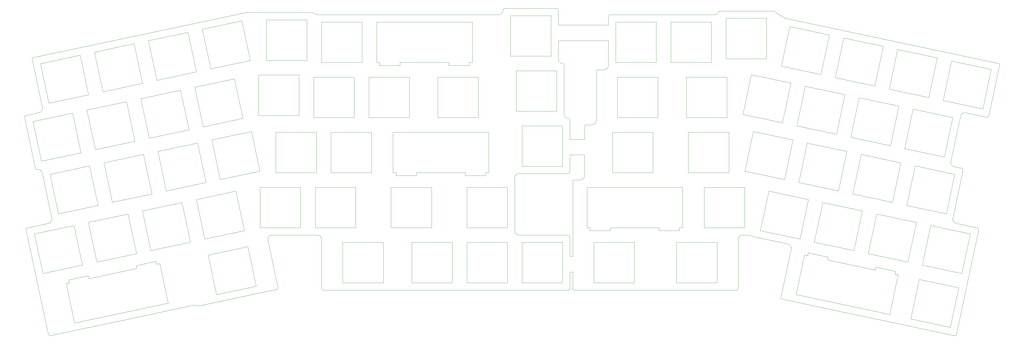
<source format=gbr>
%TF.GenerationSoftware,KiCad,Pcbnew,(6.0.9)*%
%TF.CreationDate,2023-01-07T08:52:43+09:00*%
%TF.ProjectId,Skeleton68rev2_SwitchPlate,536b656c-6574-46f6-9e36-38726576325f,rev?*%
%TF.SameCoordinates,Original*%
%TF.FileFunction,Profile,NP*%
%FSLAX46Y46*%
G04 Gerber Fmt 4.6, Leading zero omitted, Abs format (unit mm)*
G04 Created by KiCad (PCBNEW (6.0.9)) date 2023-01-07 08:52:43*
%MOMM*%
%LPD*%
G01*
G04 APERTURE LIST*
%TA.AperFunction,Profile*%
%ADD10C,0.100000*%
%TD*%
G04 APERTURE END LIST*
D10*
X349541766Y-4750000D02*
X313320613Y-4750000D01*
X133245849Y-32422634D02*
X119552467Y-35333252D01*
X196683743Y-80950042D02*
G75*
G03*
X195216522Y-82761868I-43J-1499958D01*
G01*
X312820613Y-13700000D02*
X312820613Y-22300000D01*
X447941330Y-22164120D02*
G75*
G03*
X447556166Y-21571080I-489130J103920D01*
G01*
X225016886Y-40324730D02*
X211017586Y-40324730D01*
X235062150Y-83475270D02*
X235062150Y-97474730D01*
X257730182Y-22275000D02*
X257730182Y-21275000D01*
X267879386Y-26325270D02*
X267879386Y-40324730D01*
X242292190Y-4749659D02*
X232767190Y-4749508D01*
X240854182Y-21275000D02*
X240854182Y-22275000D01*
X362177950Y-25480654D02*
X375871332Y-28391273D01*
X298991302Y-59673002D02*
G75*
G03*
X299491302Y-59172980I-2J500002D01*
G01*
X353746751Y-40324730D02*
X339747451Y-40324730D01*
X278966652Y-19047710D02*
X278966652Y-5048250D01*
X296974650Y-97474730D02*
X282975350Y-97474730D01*
X130632454Y-52453716D02*
X116939072Y-55364335D01*
X433865598Y-99145099D02*
X430954947Y-112838638D01*
X136093048Y-90244208D02*
X133182397Y-76550670D01*
X119904823Y-59897317D02*
X133598205Y-56986699D01*
X400150467Y-108872629D02*
X400150396Y-108872963D01*
X251730900Y-64425270D02*
X251730900Y-78424730D01*
X263925350Y-78424730D02*
X263925350Y-64425270D01*
X113750573Y-20183751D02*
X117295468Y-36861167D01*
X299500000Y-93700000D02*
X299500000Y-99500000D01*
X206487150Y-64425270D02*
X206487150Y-78424730D01*
X192487850Y-78424730D02*
X192487850Y-64425270D01*
X329345263Y-21274730D02*
X315345963Y-21274730D01*
X188120206Y-3864827D02*
X114135691Y-19590721D01*
X160735188Y-104482224D02*
X128407410Y-111353705D01*
X170684658Y-105405804D02*
G75*
G03*
X171063946Y-105477516I275342J417404D01*
G01*
X263925350Y-64425270D02*
X277924650Y-64425270D01*
X430954947Y-112838638D02*
X417261565Y-109928019D01*
X227716832Y-7275270D02*
X227716832Y-21274730D01*
X274941302Y-4750002D02*
G75*
G03*
X276441302Y-3250000I-2J1500002D01*
G01*
X172542951Y-9757561D02*
X186236333Y-6846943D01*
X189146984Y-20540481D02*
X175453602Y-23451099D01*
X173776280Y-62758802D02*
X160082898Y-65669420D01*
X119963996Y-115729818D02*
X128932394Y-113823525D01*
X263374440Y-60375000D02*
X263374440Y-59375000D01*
X297491302Y-39122980D02*
X297491302Y-22072980D01*
X372444411Y-102472355D02*
G75*
G03*
X372829589Y-103065397I489089J-103945D01*
G01*
X388485572Y-89499001D02*
X404992791Y-93007719D01*
X421222283Y-91294308D02*
X424132934Y-77600769D01*
X155142568Y-66719519D02*
X141449186Y-69630137D01*
X170513272Y-24501199D02*
X156819891Y-27411817D01*
X156553266Y-90036010D02*
X156761178Y-91014157D01*
X299500000Y-53200000D02*
X299491302Y-59172980D01*
X400558892Y-72589952D02*
X397648241Y-86283490D01*
X372829589Y-103065397D02*
X377139560Y-103981508D01*
X184143202Y-65718616D02*
X187053853Y-79412154D01*
X296974650Y-83475270D02*
X296974650Y-97474730D01*
X357150000Y-100000000D02*
G75*
G03*
X357650000Y-99500000I0J500000D01*
G01*
X369817268Y-3435518D02*
X351420613Y-3435518D01*
X213775000Y-82450000D02*
G75*
G03*
X212275000Y-80950000I-1500000J0D01*
G01*
X263925350Y-83475270D02*
X277924650Y-83475270D01*
X111137179Y-40214833D02*
X114889985Y-57870397D01*
X294991302Y-2522980D02*
X276941302Y-2522980D01*
X336362850Y-83475270D02*
X350362150Y-83475270D01*
X157824424Y-90788157D02*
X160735188Y-104482224D01*
X280450000Y-79450000D02*
G75*
G03*
X281950000Y-80950000I1500000J0D01*
G01*
X418079086Y-37362808D02*
X431772468Y-40273426D01*
X127721803Y-38760178D02*
X130632454Y-52453716D01*
X244875350Y-83475270D02*
X258874650Y-83475270D01*
X277924650Y-97474730D02*
X263925350Y-97474730D01*
X138249281Y-111843312D02*
X138249250Y-111843168D01*
X402588571Y-87333590D02*
X405499222Y-73640052D01*
X277924650Y-78424730D02*
X263925350Y-78424730D01*
X443595450Y-40204782D02*
G75*
G03*
X444188477Y-39819674I103950J489082D01*
G01*
X354444461Y-45375270D02*
X354444461Y-59374730D01*
X160082898Y-65669420D02*
X157172247Y-51975881D01*
X263925350Y-97474730D02*
X263925350Y-83475270D01*
X237731600Y-64425270D02*
X251730900Y-64425270D01*
X264730182Y-22275000D02*
X257730182Y-22275000D01*
X391594393Y-46045528D02*
X377901011Y-43134910D01*
X373658391Y-61708702D02*
X359965009Y-58798084D01*
X175453602Y-23451099D02*
X172542951Y-9757561D01*
X216980540Y-59374730D02*
X216980540Y-45375270D01*
X213717532Y-7275270D02*
X227716832Y-7275270D01*
X232767182Y-7275000D02*
X265817182Y-7275000D01*
X112042571Y-78462444D02*
G75*
G03*
X111657443Y-79055424I103929J-489056D01*
G01*
X131152718Y-91294308D02*
X117459336Y-94204926D01*
X435361388Y-58441347D02*
G75*
G03*
X434976302Y-57848324I-489088J103947D01*
G01*
X419192604Y-76550670D02*
X416281953Y-90244208D01*
X304582311Y-43350000D02*
X304582311Y-47800000D01*
X117221403Y-59419080D02*
X120558475Y-75118770D01*
X417261565Y-109928019D02*
X420172217Y-96234481D01*
X391178584Y-26481557D02*
X394089236Y-12788019D01*
X242292190Y-4750000D02*
X242292190Y-4749659D01*
X348395263Y-21274730D02*
X334395963Y-21274730D01*
X213717532Y-21274730D02*
X213717532Y-7275270D01*
X297491320Y-39122980D02*
G75*
G03*
X298991302Y-40622980I1499980J-20D01*
G01*
X423505678Y-33352893D02*
X409812296Y-30442275D01*
X116140114Y-38640256D02*
X111522297Y-39621804D01*
X314251411Y-59374730D02*
X314251411Y-45375270D01*
X367445263Y-5960788D02*
X367445263Y-19960248D01*
X149914145Y-92469539D02*
X149706233Y-91491392D01*
X177445107Y-101539473D02*
X174534456Y-87845934D01*
X370097599Y-3521478D02*
G75*
G03*
X369817268Y-3435518I-280299J-414022D01*
G01*
X116140113Y-38640251D02*
G75*
G03*
X117295468Y-36861167I-311913J1467251D01*
G01*
X208666832Y-20534139D02*
X194667532Y-20534139D01*
X377664529Y-101511686D02*
X380575293Y-87817619D01*
X267879386Y-40324730D02*
X253880086Y-40324730D01*
X337369250Y-78425000D02*
X337369250Y-79425000D01*
X381925181Y-68629234D02*
X379014529Y-82322773D01*
X282975350Y-83475270D02*
X296974650Y-83475270D01*
X372544873Y-22520840D02*
X375455524Y-8827301D01*
X294965952Y-24098250D02*
X294965952Y-38097710D01*
X409812296Y-30442275D02*
X412722948Y-16748737D01*
X426416329Y-19659355D02*
X423505678Y-33352893D01*
X189499340Y-45104546D02*
X192409992Y-58798084D01*
X151943373Y-108932741D02*
X161260260Y-106952529D01*
X303082311Y-61900011D02*
G75*
G03*
X304582311Y-60400000I-11J1500011D01*
G01*
X368231799Y-65718616D02*
X381925181Y-68629234D01*
X240854182Y-22275000D02*
X233854182Y-22275000D01*
X315345963Y-21274730D02*
X315345963Y-7275270D01*
X309147101Y-23800001D02*
G75*
G03*
X308647101Y-24300000I-1J-499999D01*
G01*
X440332440Y-78462395D02*
X432971880Y-76897859D01*
X221062850Y-97474730D02*
X221062850Y-83475270D01*
X161260260Y-106952529D02*
X161260158Y-106952048D01*
X328250711Y-45375270D02*
X328250711Y-59374730D01*
X375871332Y-28391273D02*
X372960681Y-42084811D01*
X196683743Y-80950000D02*
X212275000Y-80950000D01*
X173360472Y-82322773D02*
X170449820Y-68629234D01*
X340445161Y-45375270D02*
X354444461Y-45375270D01*
X353445963Y-19960248D02*
X353445963Y-5960788D01*
X246498440Y-60375000D02*
X239498440Y-60375000D01*
X170865628Y-49065263D02*
X173776280Y-62758802D01*
X418776796Y-56986699D02*
X432470178Y-59897317D01*
X276441302Y-3022980D02*
X276441302Y-3250000D01*
X194667532Y-6534679D02*
X208666832Y-6534679D01*
X211017586Y-40324730D02*
X211017586Y-26325270D01*
X412047736Y-93484953D02*
X411839825Y-94463101D01*
X138538535Y-55936599D02*
X152231917Y-53025981D01*
X191138489Y-98628854D02*
X177445107Y-101539473D01*
X307147101Y-42850000D02*
X305082311Y-42850000D01*
X433004035Y-115344700D02*
X440717558Y-79055424D01*
X432411022Y-115729739D02*
G75*
G03*
X433004035Y-115344700I103978J489039D01*
G01*
X409992307Y-108383167D02*
X377664529Y-101511686D01*
X299500000Y-53200000D02*
X304582311Y-53200000D01*
X442139390Y-37313611D02*
X428446008Y-34402993D01*
X294965952Y-38097710D02*
X280966652Y-38097710D01*
X197930540Y-45375270D02*
X211929840Y-45375270D01*
X208666832Y-6534679D02*
X208666832Y-20534139D01*
X274941302Y-4750000D02*
X265817175Y-4750002D01*
X211537850Y-78424730D02*
X211537850Y-64425270D01*
X349541766Y-4749968D02*
G75*
G03*
X350950901Y-3764138I34J1499968D01*
G01*
X412722948Y-16748737D02*
X426416329Y-19659355D01*
X133598205Y-56986699D02*
X136508856Y-70680237D01*
X444188477Y-39819674D02*
X447941284Y-22164110D01*
X292965952Y-5048250D02*
X292965952Y-19047710D01*
X214275000Y-100000000D02*
X299000000Y-100000000D01*
X345887850Y-64425270D02*
X359887150Y-64425270D01*
X149706233Y-91491392D02*
X156553266Y-90036010D01*
X381509372Y-49065263D02*
X395202754Y-51975881D01*
X314251411Y-45375270D02*
X328250711Y-45375270D01*
X213775000Y-82450000D02*
X213775000Y-99500000D01*
X404871966Y-29392176D02*
X391178584Y-26481557D01*
X299500000Y-93700000D02*
X300500000Y-93700000D01*
X157172247Y-51975881D02*
X170865628Y-49065263D01*
X295500000Y-8300000D02*
X312820613Y-8300000D01*
X114890001Y-57870394D02*
G75*
G03*
X115472839Y-58257568I489099J103994D01*
G01*
X156819891Y-27411817D02*
X153909239Y-13718278D01*
X373267824Y-5667936D02*
G75*
G03*
X373796925Y-5893069I840976J1242136D01*
G01*
X161260158Y-106952048D02*
X169546788Y-105190670D01*
X235062150Y-97474730D02*
X221062850Y-97474730D01*
X116939072Y-55364335D02*
X114028421Y-41670796D01*
X315934951Y-40324730D02*
X315934951Y-26325270D01*
X170449820Y-68629234D02*
X184143202Y-65718616D01*
X263374440Y-59375000D02*
X246498440Y-59375000D01*
X301000000Y-61900000D02*
G75*
G03*
X300500000Y-62400000I0J-500000D01*
G01*
X410228104Y-50006246D02*
X396534723Y-47095628D01*
X313320613Y-4750013D02*
G75*
G03*
X312820613Y-5250000I-13J-499987D01*
G01*
X183622938Y-26878025D02*
X186533589Y-40571563D01*
X128407410Y-111353705D02*
X125496646Y-97659639D01*
X171063946Y-105477516D02*
X198303041Y-99687668D01*
X153909239Y-13718278D02*
X167602621Y-10807660D01*
X191967586Y-39584139D02*
X191967586Y-25584679D01*
X400143084Y-53025981D02*
X413836466Y-55936599D01*
X412903071Y-94689101D02*
X409992307Y-108383167D01*
X431118816Y-55494879D02*
X434455798Y-39795610D01*
X216980540Y-45375270D02*
X230979840Y-45375270D01*
X345887850Y-78424730D02*
X345887850Y-64425270D01*
X359887150Y-78424730D02*
X345887850Y-78424730D01*
X394505044Y-32351990D02*
X391594393Y-46045528D01*
X206487150Y-78424730D02*
X192487850Y-78424730D01*
X300500000Y-62400000D02*
X300500000Y-88300000D01*
X295500000Y-13700000D02*
X312820613Y-13700000D01*
X434976302Y-57848324D02*
X432274169Y-57273968D01*
X321787150Y-83475270D02*
X321787150Y-97474730D01*
X169929556Y-29788643D02*
X183622938Y-26878025D01*
X386238254Y-25431458D02*
X372544873Y-22520840D01*
X328250711Y-59374730D02*
X314251411Y-59374730D01*
X299500000Y-47800000D02*
X299491302Y-41122980D01*
X282966652Y-43148250D02*
X296965952Y-43148250D01*
X138249250Y-111843168D02*
X151943302Y-108932407D01*
X431816447Y-75118753D02*
G75*
G03*
X432971880Y-76897859I1467253J-311847D01*
G01*
X386865511Y-69679334D02*
X400558892Y-72589952D01*
X381638539Y-88043619D02*
X381846451Y-87065472D01*
X232767182Y-21275000D02*
X232767182Y-7275000D01*
X114028421Y-41670796D02*
X127721803Y-38760178D01*
X191967586Y-25584679D02*
X205966886Y-25584679D01*
X213775000Y-99500000D02*
G75*
G03*
X214275000Y-100000000I500000J0D01*
G01*
X154206496Y-47442899D02*
X151295845Y-33749361D01*
X151879561Y-28461916D02*
X138186179Y-31372534D01*
X362241716Y-81283722D02*
G75*
G03*
X362452193Y-81384025I314384J388722D01*
G01*
X256292175Y-4750000D02*
X242292190Y-4750000D01*
X197930540Y-59374730D02*
X197930540Y-45375270D01*
X146355514Y-34799461D02*
X149266166Y-48492999D01*
X292965952Y-19047710D02*
X278966652Y-19047710D01*
X178716610Y-61708702D02*
X175805959Y-48015164D01*
X397232433Y-66719519D02*
X400143084Y-53025981D01*
X277924650Y-83475270D02*
X277924650Y-97474730D01*
X188244042Y-3854287D02*
G75*
G03*
X188120206Y-3864827I-19842J-499613D01*
G01*
X336362850Y-97474730D02*
X336362850Y-83475270D01*
X380811662Y-29441372D02*
X394505044Y-32351990D01*
X306493250Y-79425000D02*
X306493250Y-78425000D01*
X232767190Y-4750000D02*
X212245852Y-4750000D01*
X400150396Y-108872963D02*
X409467221Y-110853469D01*
X373267826Y-5667933D02*
X370097591Y-3521490D01*
X277924650Y-64425270D02*
X277924650Y-78424730D01*
X237731600Y-78424730D02*
X237731600Y-64425270D01*
X299500000Y-88300000D02*
X300500000Y-88300000D01*
X119370886Y-115344717D02*
G75*
G03*
X119963996Y-115729818I489114J104017D01*
G01*
X151943302Y-108932407D02*
X151943373Y-108932741D01*
X152231917Y-53025981D02*
X155142568Y-66719519D01*
X165509490Y-69679334D02*
X168420142Y-83372872D01*
X119552467Y-35333252D02*
X116641816Y-21639714D01*
X149786430Y-87333590D02*
X136093048Y-90244208D01*
X192487850Y-64425270D02*
X206487150Y-64425270D01*
X405499222Y-73640052D02*
X419192604Y-76550670D01*
X436234879Y-38640295D02*
G75*
G03*
X434455798Y-39795610I-311879J-1467205D01*
G01*
X111657443Y-79055424D02*
X119370966Y-115344700D01*
X359150000Y-80950000D02*
G75*
G03*
X357650000Y-82450000I0J-1500000D01*
G01*
X359887150Y-64425270D02*
X359887150Y-78424730D01*
X305082311Y-42850011D02*
G75*
G03*
X304582311Y-43350000I-11J-499989D01*
G01*
X295491320Y-3022980D02*
G75*
G03*
X294991302Y-2522980I-500020J-20D01*
G01*
X187053853Y-79412154D02*
X173360472Y-82322773D01*
X348395263Y-7275270D02*
X348395263Y-21274730D01*
X440717606Y-79055434D02*
G75*
G03*
X440332440Y-78462395I-489106J103934D01*
G01*
X377901011Y-43134910D02*
X380811662Y-29441372D01*
X211080608Y-4194550D02*
G75*
G03*
X210692182Y-4009409I-388408J-314850D01*
G01*
X258874650Y-83475270D02*
X258874650Y-97474730D01*
X330369250Y-78425000D02*
X313493250Y-78425000D01*
X351420613Y-3435518D02*
G75*
G03*
X350950901Y-3764138I-13J-499982D01*
G01*
X282966652Y-57147710D02*
X282966652Y-43148250D01*
X186533589Y-40571563D02*
X172840208Y-43482181D01*
X119403121Y-76897859D02*
X112042561Y-78462395D01*
X230979840Y-59374730D02*
X216980540Y-59374730D01*
X211080629Y-4194533D02*
G75*
G03*
X212245852Y-4750000I1165271J944533D01*
G01*
X428861816Y-53966964D02*
X415168434Y-51056346D01*
X296965952Y-43148250D02*
X296965952Y-57147710D01*
X315345963Y-7275270D02*
X329345263Y-7275270D01*
X211537850Y-64425270D02*
X225537150Y-64425270D01*
X232767190Y-4749508D02*
X232767190Y-4750000D01*
X225016886Y-26325270D02*
X225016886Y-40324730D01*
X258874650Y-97474730D02*
X244875350Y-97474730D01*
X365321147Y-79412154D02*
X368231799Y-65718616D01*
X135275527Y-17678996D02*
X148968909Y-14768378D01*
X174534456Y-87845934D02*
X188227838Y-84935316D01*
X167602621Y-10807660D02*
X170513272Y-24501199D01*
X122815475Y-73590855D02*
X119904823Y-59897317D01*
X238411440Y-45375000D02*
X271461440Y-45375000D01*
X239498440Y-59375000D02*
X238411440Y-59375000D01*
X405200703Y-92029571D02*
X412047736Y-93484953D01*
X383954859Y-83372872D02*
X386865511Y-69679334D01*
X233854182Y-21275000D02*
X232767182Y-21275000D01*
X431118734Y-55494861D02*
G75*
G03*
X432274169Y-57273968I1467266J-311839D01*
G01*
X410925815Y-69630137D02*
X397232433Y-66719519D01*
X128242067Y-77600769D02*
X131152718Y-91294308D01*
X170684677Y-105405775D02*
G75*
G03*
X169546788Y-105190670I-825977J-1252125D01*
G01*
X295500000Y-13700000D02*
X295491302Y-20072980D01*
X337369250Y-79425000D02*
X330369250Y-79425000D01*
X299000000Y-100000000D02*
G75*
G03*
X299500000Y-99500000I0J500000D01*
G01*
X138186179Y-31372534D02*
X135275527Y-17678996D01*
X416281953Y-90244208D02*
X402588571Y-87333590D01*
X329345263Y-7275270D02*
X329345263Y-21274730D01*
X380575293Y-87817619D02*
X381638539Y-88043619D01*
X270374440Y-59375000D02*
X270374440Y-60375000D01*
X128932394Y-113823525D02*
X138249281Y-111843312D01*
X424132934Y-77600769D02*
X437826316Y-80511388D01*
X338456250Y-64425000D02*
X338456250Y-78425000D01*
X376569042Y-48015164D02*
X373658391Y-61708702D01*
X239498440Y-60375000D02*
X239498440Y-59375000D01*
X299491320Y-41122980D02*
G75*
G03*
X298991302Y-40622980I-500020J-20D01*
G01*
X350362150Y-97474730D02*
X336362850Y-97474730D01*
X307787850Y-97474730D02*
X307787850Y-83475270D01*
X117221388Y-59419083D02*
G75*
G03*
X115472839Y-58257568I-1467188J-311817D01*
G01*
X313493250Y-79425000D02*
X306493250Y-79425000D01*
X244066886Y-40324730D02*
X230067586Y-40324730D01*
X194667532Y-20534139D02*
X194667532Y-6534679D01*
X198688159Y-99094638D02*
X195216522Y-82761868D01*
X307147101Y-42850001D02*
G75*
G03*
X308647101Y-41350000I-1J1500001D01*
G01*
X357650000Y-99500000D02*
X357650000Y-82450000D01*
X394089236Y-12788019D02*
X407782618Y-15698637D01*
X172840208Y-43482181D02*
X169929556Y-29788643D01*
X413138756Y-36312708D02*
X410228104Y-50006246D01*
X375989351Y-85794948D02*
G75*
G03*
X374834012Y-84015862I-1467251J311848D01*
G01*
X339747451Y-26325270D02*
X353746751Y-26325270D01*
X311320613Y-23800013D02*
G75*
G03*
X312820613Y-22300000I-13J1500013D01*
G01*
X297491320Y-22072980D02*
G75*
G03*
X296991302Y-21572980I-500020J-20D01*
G01*
X225537150Y-64425270D02*
X225537150Y-78424730D01*
X271461440Y-59375000D02*
X270374440Y-59375000D01*
X301000000Y-100000000D02*
X357150000Y-100000000D01*
X125496646Y-97659639D02*
X126559893Y-97433639D01*
X210692182Y-4009409D02*
X192172014Y-4009409D01*
X299500000Y-47800000D02*
X304582311Y-47800000D01*
X257730182Y-21275000D02*
X240854182Y-21275000D01*
X375455524Y-8827301D02*
X389148906Y-11737920D01*
X338456250Y-78425000D02*
X337369250Y-78425000D01*
X378598721Y-62758802D02*
X381509372Y-49065263D01*
X265817182Y-7275000D02*
X265817182Y-21275000D01*
X300500000Y-99500000D02*
G75*
G03*
X301000000Y-100000000I500000J0D01*
G01*
X225537150Y-78424730D02*
X211537850Y-78424730D01*
X135572784Y-51403617D02*
X132662133Y-37710079D01*
X359267299Y-39174193D02*
X362177950Y-25480654D01*
X312820613Y-8300000D02*
X312820613Y-5250000D01*
X136508856Y-70680237D02*
X122815475Y-73590855D01*
X330369250Y-79425000D02*
X330369250Y-78425000D01*
X299000000Y-80950000D02*
X281950000Y-80950000D01*
X133182397Y-76550670D02*
X146875778Y-73640052D01*
X221062850Y-83475270D02*
X235062150Y-83475270D01*
X353445963Y-5960788D02*
X367445263Y-5960788D01*
X313493250Y-78425000D02*
X313493250Y-79425000D01*
X388693484Y-88520853D02*
X388485572Y-89499001D01*
X375989366Y-85794951D02*
X372444471Y-102472368D01*
X303082311Y-61900000D02*
X301000000Y-61900000D01*
X186236333Y-6846943D02*
X189146984Y-20540481D01*
X397648241Y-86283490D02*
X383954859Y-83372872D01*
X282975350Y-97474730D02*
X282975350Y-83475270D01*
X141449186Y-69630137D02*
X138538535Y-55936599D01*
X116641816Y-21639714D02*
X130335197Y-18729096D01*
X305406265Y-78425000D02*
X305406265Y-64425000D01*
X436234887Y-38640256D02*
X443595448Y-40204792D01*
X407782618Y-15698637D02*
X404871966Y-29392176D01*
X154726760Y-86283490D02*
X151816109Y-72589952D01*
X329934251Y-40324730D02*
X315934951Y-40324730D01*
X334395963Y-21274730D02*
X334395963Y-7275270D01*
X415168434Y-51056346D02*
X418079086Y-37362808D01*
X132662133Y-37710079D02*
X146355514Y-34799461D01*
X379014529Y-82322773D02*
X365321147Y-79412154D01*
X431356659Y-20709455D02*
X445050041Y-23620073D01*
X133406926Y-95978257D02*
X149914145Y-92469539D01*
X114135700Y-19590762D02*
G75*
G03*
X113750573Y-20183751I103900J-489038D01*
G01*
X164989226Y-30838743D02*
X167899878Y-44532281D01*
X117459336Y-94204926D02*
X114548685Y-80511388D01*
X395202754Y-51975881D02*
X392292103Y-65669420D01*
X251730900Y-78424730D02*
X237731600Y-78424730D01*
X271461440Y-45375000D02*
X271461440Y-59375000D01*
X354444461Y-59374730D02*
X340445161Y-59374730D01*
X362875661Y-45104546D02*
X376569042Y-48015164D01*
X151816109Y-72589952D02*
X165509490Y-69679334D01*
X413836466Y-55936599D02*
X410925815Y-69630137D01*
X431816526Y-75118770D02*
X435361420Y-58441354D01*
X205966886Y-25584679D02*
X205966886Y-39584139D01*
X420172217Y-96234481D02*
X433865598Y-99145099D01*
X299500000Y-81450000D02*
G75*
G03*
X299000000Y-80950000I-500000J0D01*
G01*
X119403104Y-76897781D02*
G75*
G03*
X120558475Y-75118770I-311804J1467181D01*
G01*
X253880086Y-40324730D02*
X253880086Y-26325270D01*
X146875778Y-73640052D02*
X149786430Y-87333590D01*
X386456385Y-105962013D02*
X386456415Y-105961869D01*
X307787850Y-83475270D02*
X321787150Y-83475270D01*
X334395963Y-7275270D02*
X348395263Y-7275270D01*
X359965009Y-58798084D02*
X362875661Y-45104546D01*
X437826316Y-80511388D02*
X434915665Y-94204926D01*
X265817175Y-4750002D02*
X256292175Y-4749853D01*
X295491320Y-20072980D02*
G75*
G03*
X296991302Y-21572980I1499980J-20D01*
G01*
X340445161Y-59374730D02*
X340445161Y-45375270D01*
X372960681Y-42084811D02*
X359267299Y-39174193D01*
X265817182Y-21275000D02*
X264730182Y-21275000D01*
X281950000Y-59672980D02*
X298991302Y-59672980D01*
X306493250Y-78425000D02*
X305406265Y-78425000D01*
X238411440Y-59375000D02*
X238411440Y-45375000D01*
X431772468Y-40273426D02*
X428861816Y-53966964D01*
X386456415Y-105961869D02*
X400150467Y-108872629D01*
X111522295Y-39621795D02*
G75*
G03*
X111137179Y-40214833I104005J-489105D01*
G01*
X148968909Y-14768378D02*
X151879561Y-28461916D01*
X230067586Y-26325270D02*
X244066886Y-26325270D01*
X168420142Y-83372872D02*
X154726760Y-86283490D01*
X409467221Y-110853469D02*
X409467323Y-110852988D01*
X211929840Y-45375270D02*
X211929840Y-59374730D01*
X211929840Y-59374730D02*
X197930540Y-59374730D01*
X244875350Y-97474730D02*
X244875350Y-83475270D01*
X399445374Y-33402090D02*
X413138756Y-36312708D01*
X167899878Y-44532281D02*
X154206496Y-47442899D01*
X264730182Y-21275000D02*
X264730182Y-22275000D01*
X329934251Y-26325270D02*
X329934251Y-40324730D01*
X151295845Y-33749361D02*
X164989226Y-30838743D01*
X428446008Y-34402993D02*
X431356659Y-20709455D01*
X211017586Y-26325270D02*
X225016886Y-26325270D01*
X299500000Y-88300000D02*
X299500000Y-81450000D01*
X253880086Y-26325270D02*
X267879386Y-26325270D01*
X192409992Y-58798084D02*
X178716610Y-61708702D01*
X126559893Y-97433639D02*
X126351981Y-96455491D01*
X367445263Y-19960248D02*
X353445963Y-19960248D01*
X295500000Y-8300000D02*
X295491302Y-3022980D01*
X359150000Y-80950000D02*
X361298443Y-80950000D01*
X175805959Y-48015164D02*
X189499340Y-45104546D01*
X276941302Y-2523002D02*
G75*
G03*
X276441302Y-3022980I-2J-499998D01*
G01*
X256292175Y-4749853D02*
X256292175Y-4750000D01*
X411839825Y-94463101D02*
X412903071Y-94689101D01*
X280966652Y-38097710D02*
X280966652Y-24098250D01*
X270374440Y-60375000D02*
X263374440Y-60375000D01*
X311320613Y-23800000D02*
X309147101Y-23800000D01*
X377139560Y-103981508D02*
X386456385Y-105962013D01*
X362241705Y-81283735D02*
G75*
G03*
X361298443Y-80950000I-943305J-1166265D01*
G01*
X205966886Y-39584139D02*
X191967586Y-39584139D01*
X192112374Y-4008223D02*
X188244042Y-3854296D01*
X244066886Y-26325270D02*
X244066886Y-40324730D01*
X149266166Y-48492999D02*
X135572784Y-51403617D01*
X198303040Y-99687664D02*
G75*
G03*
X198688159Y-99094638I-103940J489064D01*
G01*
X389148906Y-11737920D02*
X386238254Y-25431458D01*
X192172014Y-4009409D02*
X192112374Y-4008223D01*
X381846451Y-87065472D02*
X388693484Y-88520853D01*
X362452193Y-81384025D02*
X374834012Y-84015862D01*
X230067586Y-40324730D02*
X230067586Y-26325270D01*
X296965952Y-57147710D02*
X282966652Y-57147710D01*
X280966652Y-24098250D02*
X294965952Y-24098250D01*
X392292103Y-65669420D02*
X378598721Y-62758802D01*
X409467323Y-110852988D02*
X432411005Y-115729818D01*
X415866145Y-70680237D02*
X418776796Y-56986699D01*
X308647101Y-24300000D02*
X308647101Y-41350000D01*
X353746751Y-26325270D02*
X353746751Y-40324730D01*
X447556166Y-21571080D02*
X373796925Y-5893069D01*
X305406265Y-64425000D02*
X338456250Y-64425000D01*
X300500000Y-99500000D02*
X300500000Y-93700000D01*
X315934951Y-26325270D02*
X329934251Y-26325270D01*
X304582311Y-53200000D02*
X304582311Y-60400000D01*
X133199014Y-95000109D02*
X133406926Y-95978257D01*
X434915665Y-94204926D02*
X421222283Y-91294308D01*
X429559526Y-73590855D02*
X415866145Y-70680237D01*
X445050041Y-23620073D02*
X442139390Y-37313611D01*
X227716832Y-21274730D02*
X213717532Y-21274730D01*
X339747451Y-40324730D02*
X339747451Y-26325270D01*
X350362150Y-83475270D02*
X350362150Y-97474730D01*
X396534723Y-47095628D02*
X399445374Y-33402090D01*
X281950000Y-59673000D02*
G75*
G03*
X280450000Y-61172980I0J-1500000D01*
G01*
X230979840Y-45375270D02*
X230979840Y-59374730D01*
X432470178Y-59897317D02*
X429559526Y-73590855D01*
X404992791Y-93007719D02*
X405200703Y-92029571D01*
X188227838Y-84935316D02*
X191138489Y-98628854D01*
X130335197Y-18729096D02*
X133245849Y-32422634D01*
X280450000Y-79450000D02*
X280450000Y-61172980D01*
X114548685Y-80511388D02*
X128242067Y-77600769D01*
X126351981Y-96455491D02*
X133199014Y-95000109D01*
X278966652Y-5048250D02*
X292965952Y-5048250D01*
X246498440Y-59375000D02*
X246498440Y-60375000D01*
X156761178Y-91014157D02*
X157824424Y-90788157D01*
X321787150Y-97474730D02*
X307787850Y-97474730D01*
X233854182Y-22275000D02*
X233854182Y-21275000D01*
M02*

</source>
